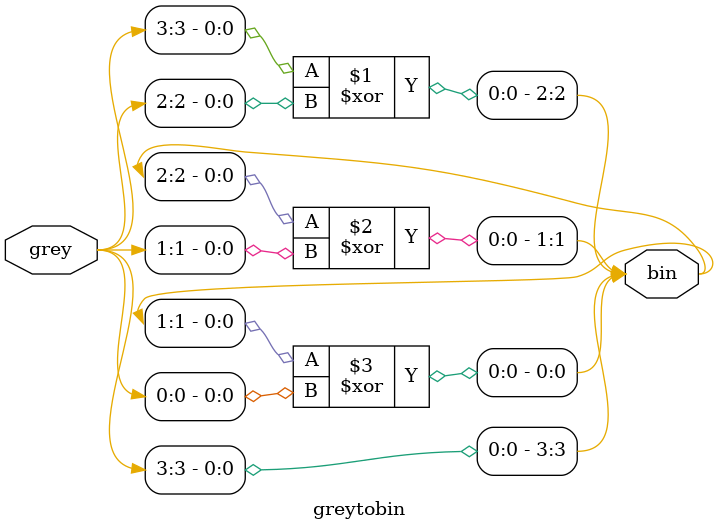
<source format=v>
`timescale 1ns / 1ps


module greytobin(
    grey, bin
    );
    input [3:0] grey;
    output [3:0] bin;
    assign bin[3] = grey[3];
    genvar i;
    for(i = 2; i>=0; i=i-1)
        xor(bin[i], bin[i+1], grey[i]);
endmodule

</source>
